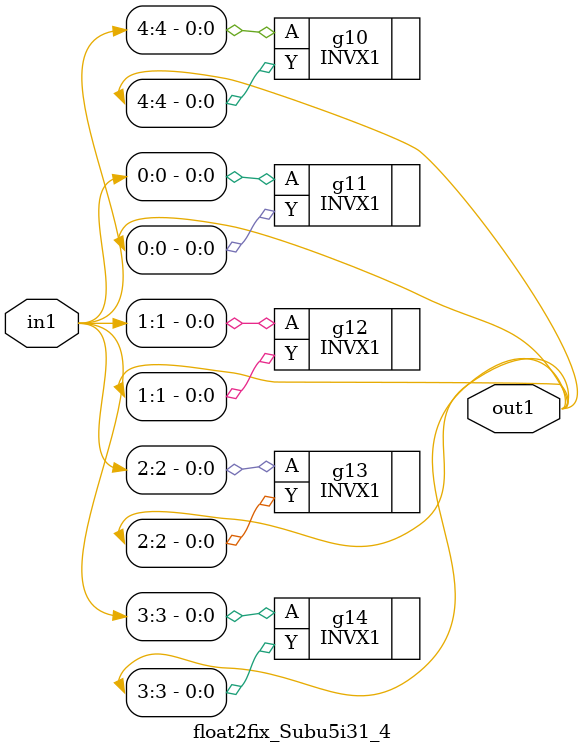
<source format=v>
`timescale 1ps / 1ps


module float2fix_Subu5i31_4(in1, out1);
  input [4:0] in1;
  output [4:0] out1;
  wire [4:0] in1;
  wire [4:0] out1;
  INVX1 g10(.A (in1[4]), .Y (out1[4]));
  INVX1 g14(.A (in1[3]), .Y (out1[3]));
  INVX1 g12(.A (in1[1]), .Y (out1[1]));
  INVX1 g11(.A (in1[0]), .Y (out1[0]));
  INVX1 g13(.A (in1[2]), .Y (out1[2]));
endmodule


</source>
